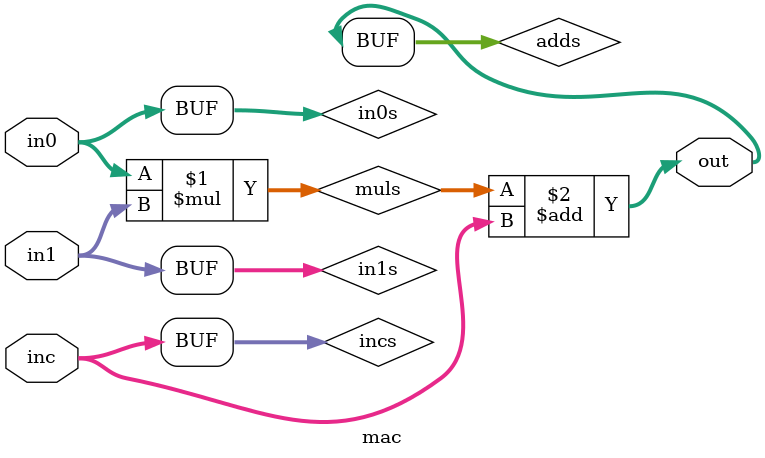
<source format=v>

`timescale 1 ns / 1 ps

module mac #(parameter M_WIDTH=8, A_WIDTH=16, O_WIDTH=17)
        (input  [M_WIDTH-1:0] in0,
         input  [M_WIDTH-1:0] in1,
         input  [A_WIDTH-1:0] inc,
         output [O_WIDTH-1:0] out);

wire signed [M_WIDTH - 1:0]   in0s;
wire signed [M_WIDTH - 1:0]   in1s;
wire signed [A_WIDTH - 1:0]   incs;
wire signed [A_WIDTH - 1:0]   muls;
wire signed [O_WIDTH - 1:0]   adds;

assign in0s = $signed(in0);
assign in1s = $signed(in1);
assign incs = $signed(inc);

assign muls = in0s * in1s;
assign adds = muls + incs;

assign out  = adds;

endmodule

</source>
